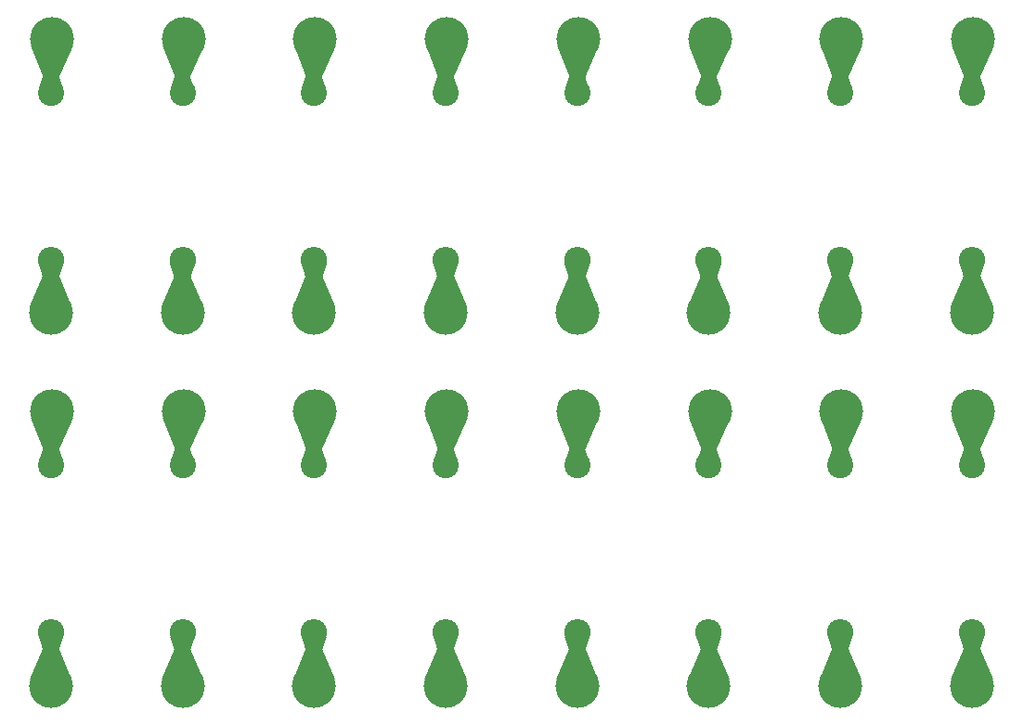
<source format=gbr>
%TF.GenerationSoftware,KiCad,Pcbnew,8.0.2*%
%TF.CreationDate,2024-06-26T14:53:40+07:00*%
%TF.ProjectId,Resistor_Panel,52657369-7374-46f7-925f-50616e656c2e,rev?*%
%TF.SameCoordinates,Original*%
%TF.FileFunction,Copper,L2,Bot*%
%TF.FilePolarity,Positive*%
%FSLAX46Y46*%
G04 Gerber Fmt 4.6, Leading zero omitted, Abs format (unit mm)*
G04 Created by KiCad (PCBNEW 8.0.2) date 2024-06-26 14:53:40*
%MOMM*%
%LPD*%
G01*
G04 APERTURE LIST*
%TA.AperFunction,ComponentPad*%
%ADD10C,2.400000*%
%TD*%
%TA.AperFunction,ComponentPad*%
%ADD11O,2.400000X2.400000*%
%TD*%
%TA.AperFunction,ComponentPad*%
%ADD12C,4.000000*%
%TD*%
%TA.AperFunction,Conductor*%
%ADD13C,1.000000*%
%TD*%
G04 APERTURE END LIST*
D10*
%TO.P,R1,1*%
%TO.N,Board_14-Net-(J1-Pin_1)*%
X77000000Y-50460500D03*
D11*
%TO.P,R1,2*%
%TO.N,Board_14-Net-(J2-Pin_1)*%
X77000000Y-65700500D03*
%TD*%
D12*
%TO.P,J1,1,Pin_1*%
%TO.N,Board_10-Net-(J1-Pin_1)*%
X29100000Y-45580500D03*
%TD*%
%TO.P,J1,1,Pin_1*%
%TO.N,Board_7-Net-(J1-Pin_1)*%
X89100000Y-11580500D03*
%TD*%
D10*
%TO.P,R1,1*%
%TO.N,Board_11-Net-(J1-Pin_1)*%
X41000000Y-50460500D03*
D11*
%TO.P,R1,2*%
%TO.N,Board_11-Net-(J2-Pin_1)*%
X41000000Y-65700500D03*
%TD*%
D12*
%TO.P,J2,1,Pin_1*%
%TO.N,Board_11-Net-(J2-Pin_1)*%
X41000000Y-70580500D03*
%TD*%
D10*
%TO.P,R1,1*%
%TO.N,Board_5-Net-(J1-Pin_1)*%
X65000000Y-16460500D03*
D11*
%TO.P,R1,2*%
%TO.N,Board_5-Net-(J2-Pin_1)*%
X65000000Y-31700500D03*
%TD*%
D12*
%TO.P,J1,1,Pin_1*%
%TO.N,Board_15-Net-(J1-Pin_1)*%
X89100000Y-45580500D03*
%TD*%
%TO.P,J1,1,Pin_1*%
%TO.N,Board_4-Net-(J1-Pin_1)*%
X53100000Y-11580500D03*
%TD*%
%TO.P,J2,1,Pin_1*%
%TO.N,Board_4-Net-(J2-Pin_1)*%
X53000000Y-36580500D03*
%TD*%
%TO.P,J2,1,Pin_1*%
%TO.N,Board_14-Net-(J2-Pin_1)*%
X77000000Y-70580500D03*
%TD*%
D10*
%TO.P,R1,1*%
%TO.N,Board_2-Net-(J1-Pin_1)*%
X29000000Y-16460500D03*
D11*
%TO.P,R1,2*%
%TO.N,Board_2-Net-(J2-Pin_1)*%
X29000000Y-31700500D03*
%TD*%
D12*
%TO.P,J1,1,Pin_1*%
%TO.N,Board_3-Net-(J1-Pin_1)*%
X41100000Y-11580500D03*
%TD*%
%TO.P,J2,1,Pin_1*%
%TO.N,Board_2-Net-(J2-Pin_1)*%
X29000000Y-36580500D03*
%TD*%
%TO.P,J1,1,Pin_1*%
%TO.N,Board_12-Net-(J1-Pin_1)*%
X53100000Y-45580500D03*
%TD*%
D10*
%TO.P,R1,1*%
%TO.N,Board_7-Net-(J1-Pin_1)*%
X89000000Y-16460500D03*
D11*
%TO.P,R1,2*%
%TO.N,Board_7-Net-(J2-Pin_1)*%
X89000000Y-31700500D03*
%TD*%
D12*
%TO.P,J2,1,Pin_1*%
%TO.N,Board_5-Net-(J2-Pin_1)*%
X65000000Y-36580500D03*
%TD*%
D10*
%TO.P,R1,1*%
%TO.N,Board_8-Net-(J1-Pin_1)*%
X5000000Y-50460500D03*
D11*
%TO.P,R1,2*%
%TO.N,Board_8-Net-(J2-Pin_1)*%
X5000000Y-65700500D03*
%TD*%
D12*
%TO.P,J2,1,Pin_1*%
%TO.N,Board_6-Net-(J2-Pin_1)*%
X77000000Y-36580500D03*
%TD*%
%TO.P,J1,1,Pin_1*%
%TO.N,Board_13-Net-(J1-Pin_1)*%
X65100000Y-45580500D03*
%TD*%
D10*
%TO.P,R1,1*%
%TO.N,Board_0-Net-(J1-Pin_1)*%
X5000000Y-16460500D03*
D11*
%TO.P,R1,2*%
%TO.N,Board_0-Net-(J2-Pin_1)*%
X5000000Y-31700500D03*
%TD*%
D12*
%TO.P,J1,1,Pin_1*%
%TO.N,Board_6-Net-(J1-Pin_1)*%
X77100000Y-11580500D03*
%TD*%
%TO.P,J2,1,Pin_1*%
%TO.N,Board_13-Net-(J2-Pin_1)*%
X65000000Y-70580500D03*
%TD*%
%TO.P,J1,1,Pin_1*%
%TO.N,Board_0-Net-(J1-Pin_1)*%
X5100000Y-11580500D03*
%TD*%
D10*
%TO.P,R1,1*%
%TO.N,Board_10-Net-(J1-Pin_1)*%
X29000000Y-50460500D03*
D11*
%TO.P,R1,2*%
%TO.N,Board_10-Net-(J2-Pin_1)*%
X29000000Y-65700500D03*
%TD*%
D12*
%TO.P,J1,1,Pin_1*%
%TO.N,Board_1-Net-(J1-Pin_1)*%
X17100000Y-11580500D03*
%TD*%
%TO.P,J1,1,Pin_1*%
%TO.N,Board_2-Net-(J1-Pin_1)*%
X29100000Y-11580500D03*
%TD*%
%TO.P,J1,1,Pin_1*%
%TO.N,Board_8-Net-(J1-Pin_1)*%
X5100000Y-45580500D03*
%TD*%
%TO.P,J2,1,Pin_1*%
%TO.N,Board_9-Net-(J2-Pin_1)*%
X17000000Y-70580500D03*
%TD*%
D10*
%TO.P,R1,1*%
%TO.N,Board_4-Net-(J1-Pin_1)*%
X53000000Y-16460500D03*
D11*
%TO.P,R1,2*%
%TO.N,Board_4-Net-(J2-Pin_1)*%
X53000000Y-31700500D03*
%TD*%
D12*
%TO.P,J2,1,Pin_1*%
%TO.N,Board_7-Net-(J2-Pin_1)*%
X89000000Y-36580500D03*
%TD*%
%TO.P,J2,1,Pin_1*%
%TO.N,Board_0-Net-(J2-Pin_1)*%
X5000000Y-36580500D03*
%TD*%
%TO.P,J1,1,Pin_1*%
%TO.N,Board_5-Net-(J1-Pin_1)*%
X65100000Y-11580500D03*
%TD*%
%TO.P,J1,1,Pin_1*%
%TO.N,Board_11-Net-(J1-Pin_1)*%
X41100000Y-45580500D03*
%TD*%
D10*
%TO.P,R1,1*%
%TO.N,Board_13-Net-(J1-Pin_1)*%
X65000000Y-50460500D03*
D11*
%TO.P,R1,2*%
%TO.N,Board_13-Net-(J2-Pin_1)*%
X65000000Y-65700500D03*
%TD*%
D12*
%TO.P,J2,1,Pin_1*%
%TO.N,Board_15-Net-(J2-Pin_1)*%
X89000000Y-70580500D03*
%TD*%
%TO.P,J2,1,Pin_1*%
%TO.N,Board_8-Net-(J2-Pin_1)*%
X5000000Y-70580500D03*
%TD*%
D10*
%TO.P,R1,1*%
%TO.N,Board_12-Net-(J1-Pin_1)*%
X53000000Y-50460500D03*
D11*
%TO.P,R1,2*%
%TO.N,Board_12-Net-(J2-Pin_1)*%
X53000000Y-65700500D03*
%TD*%
D10*
%TO.P,R1,1*%
%TO.N,Board_3-Net-(J1-Pin_1)*%
X41000000Y-16460500D03*
D11*
%TO.P,R1,2*%
%TO.N,Board_3-Net-(J2-Pin_1)*%
X41000000Y-31700500D03*
%TD*%
D10*
%TO.P,R1,1*%
%TO.N,Board_15-Net-(J1-Pin_1)*%
X89000000Y-50460500D03*
D11*
%TO.P,R1,2*%
%TO.N,Board_15-Net-(J2-Pin_1)*%
X89000000Y-65700500D03*
%TD*%
D12*
%TO.P,J1,1,Pin_1*%
%TO.N,Board_9-Net-(J1-Pin_1)*%
X17100000Y-45580500D03*
%TD*%
%TO.P,J2,1,Pin_1*%
%TO.N,Board_12-Net-(J2-Pin_1)*%
X53000000Y-70580500D03*
%TD*%
%TO.P,J2,1,Pin_1*%
%TO.N,Board_1-Net-(J2-Pin_1)*%
X17000000Y-36580500D03*
%TD*%
D10*
%TO.P,R1,1*%
%TO.N,Board_9-Net-(J1-Pin_1)*%
X17000000Y-50460500D03*
D11*
%TO.P,R1,2*%
%TO.N,Board_9-Net-(J2-Pin_1)*%
X17000000Y-65700500D03*
%TD*%
D12*
%TO.P,J1,1,Pin_1*%
%TO.N,Board_14-Net-(J1-Pin_1)*%
X77100000Y-45580500D03*
%TD*%
D10*
%TO.P,R1,1*%
%TO.N,Board_1-Net-(J1-Pin_1)*%
X17000000Y-16460500D03*
D11*
%TO.P,R1,2*%
%TO.N,Board_1-Net-(J2-Pin_1)*%
X17000000Y-31700500D03*
%TD*%
D12*
%TO.P,J2,1,Pin_1*%
%TO.N,Board_10-Net-(J2-Pin_1)*%
X29000000Y-70580500D03*
%TD*%
D10*
%TO.P,R1,1*%
%TO.N,Board_6-Net-(J1-Pin_1)*%
X77000000Y-16460500D03*
D11*
%TO.P,R1,2*%
%TO.N,Board_6-Net-(J2-Pin_1)*%
X77000000Y-31700500D03*
%TD*%
D12*
%TO.P,J2,1,Pin_1*%
%TO.N,Board_3-Net-(J2-Pin_1)*%
X41000000Y-36580500D03*
%TD*%
D13*
%TO.N,Board_15-Net-(J2-Pin_1)*%
X89000000Y-65700500D02*
X89000000Y-70580500D01*
%TO.N,Board_15-Net-(J1-Pin_1)*%
X89000000Y-45680500D02*
X89000000Y-50460500D01*
X89100000Y-45580500D02*
X89000000Y-45680500D01*
%TO.N,Board_14-Net-(J2-Pin_1)*%
X77000000Y-65700500D02*
X77000000Y-70580500D01*
%TO.N,Board_14-Net-(J1-Pin_1)*%
X77100000Y-45580500D02*
X77000000Y-45680500D01*
X77000000Y-45680500D02*
X77000000Y-50460500D01*
%TO.N,Board_13-Net-(J2-Pin_1)*%
X65000000Y-65700500D02*
X65000000Y-70580500D01*
%TO.N,Board_13-Net-(J1-Pin_1)*%
X65000000Y-45680500D02*
X65000000Y-50460500D01*
X65100000Y-45580500D02*
X65000000Y-45680500D01*
%TO.N,Board_12-Net-(J2-Pin_1)*%
X53000000Y-65700500D02*
X53000000Y-70580500D01*
%TO.N,Board_12-Net-(J1-Pin_1)*%
X53000000Y-45680500D02*
X53000000Y-50460500D01*
X53100000Y-45580500D02*
X53000000Y-45680500D01*
%TO.N,Board_11-Net-(J2-Pin_1)*%
X41000000Y-65700500D02*
X41000000Y-70580500D01*
%TO.N,Board_11-Net-(J1-Pin_1)*%
X41100000Y-45580500D02*
X41000000Y-45680500D01*
X41000000Y-45680500D02*
X41000000Y-50460500D01*
%TO.N,Board_10-Net-(J2-Pin_1)*%
X29000000Y-65700500D02*
X29000000Y-70580500D01*
%TO.N,Board_10-Net-(J1-Pin_1)*%
X29100000Y-45580500D02*
X29000000Y-45680500D01*
X29000000Y-45680500D02*
X29000000Y-50460500D01*
%TO.N,Board_9-Net-(J2-Pin_1)*%
X17000000Y-65700500D02*
X17000000Y-70580500D01*
%TO.N,Board_9-Net-(J1-Pin_1)*%
X17000000Y-45680500D02*
X17000000Y-50460500D01*
X17100000Y-45580500D02*
X17000000Y-45680500D01*
%TO.N,Board_8-Net-(J2-Pin_1)*%
X5000000Y-65700500D02*
X5000000Y-70580500D01*
%TO.N,Board_8-Net-(J1-Pin_1)*%
X5100000Y-45580500D02*
X5000000Y-45680500D01*
X5000000Y-45680500D02*
X5000000Y-50460500D01*
%TO.N,Board_7-Net-(J2-Pin_1)*%
X89000000Y-31700500D02*
X89000000Y-36580500D01*
%TO.N,Board_7-Net-(J1-Pin_1)*%
X89000000Y-11680500D02*
X89000000Y-16460500D01*
X89100000Y-11580500D02*
X89000000Y-11680500D01*
%TO.N,Board_6-Net-(J2-Pin_1)*%
X77000000Y-31700500D02*
X77000000Y-36580500D01*
%TO.N,Board_6-Net-(J1-Pin_1)*%
X77100000Y-11580500D02*
X77000000Y-11680500D01*
X77000000Y-11680500D02*
X77000000Y-16460500D01*
%TO.N,Board_5-Net-(J2-Pin_1)*%
X65000000Y-31700500D02*
X65000000Y-36580500D01*
%TO.N,Board_5-Net-(J1-Pin_1)*%
X65000000Y-11680500D02*
X65000000Y-16460500D01*
X65100000Y-11580500D02*
X65000000Y-11680500D01*
%TO.N,Board_4-Net-(J2-Pin_1)*%
X53000000Y-31700500D02*
X53000000Y-36580500D01*
%TO.N,Board_4-Net-(J1-Pin_1)*%
X53000000Y-11680500D02*
X53000000Y-16460500D01*
X53100000Y-11580500D02*
X53000000Y-11680500D01*
%TO.N,Board_3-Net-(J2-Pin_1)*%
X41000000Y-31700500D02*
X41000000Y-36580500D01*
%TO.N,Board_3-Net-(J1-Pin_1)*%
X41000000Y-11680500D02*
X41000000Y-16460500D01*
X41100000Y-11580500D02*
X41000000Y-11680500D01*
%TO.N,Board_2-Net-(J2-Pin_1)*%
X29000000Y-31700500D02*
X29000000Y-36580500D01*
%TO.N,Board_2-Net-(J1-Pin_1)*%
X29000000Y-11680500D02*
X29000000Y-16460500D01*
X29100000Y-11580500D02*
X29000000Y-11680500D01*
%TO.N,Board_1-Net-(J2-Pin_1)*%
X17000000Y-31700500D02*
X17000000Y-36580500D01*
%TO.N,Board_1-Net-(J1-Pin_1)*%
X17000000Y-11680500D02*
X17000000Y-16460500D01*
X17100000Y-11580500D02*
X17000000Y-11680500D01*
%TO.N,Board_0-Net-(J2-Pin_1)*%
X5000000Y-31700500D02*
X5000000Y-36580500D01*
%TO.N,Board_0-Net-(J1-Pin_1)*%
X5000000Y-11680500D02*
X5000000Y-16460500D01*
X5100000Y-11580500D02*
X5000000Y-11680500D01*
%TD*%
%TA.AperFunction,Conductor*%
%TO.N,Board_15-Net-(J2-Pin_1)*%
G36*
X90117087Y-66107077D02*
G01*
X90123685Y-66113132D01*
X90124226Y-66121617D01*
X89502595Y-68074118D01*
X89496819Y-68080962D01*
X89491446Y-68082269D01*
X88508554Y-68082269D01*
X88500281Y-68078842D01*
X88497405Y-68074118D01*
X87875773Y-66121617D01*
X87876529Y-66112695D01*
X87882911Y-66107077D01*
X88995990Y-65700963D01*
X89004010Y-65700963D01*
X90117087Y-66107077D01*
G37*
%TD.AperFunction*%
%TD*%
%TA.AperFunction,Conductor*%
%TO.N,Board_15-Net-(J2-Pin_1)*%
G36*
X89500464Y-66604284D02*
G01*
X89502996Y-66608069D01*
X90913987Y-70005000D01*
X90913996Y-70013955D01*
X90907670Y-70020293D01*
X90906484Y-70020712D01*
X89003302Y-70580528D01*
X88996698Y-70580528D01*
X87093515Y-70020712D01*
X87086545Y-70015090D01*
X87085593Y-70006186D01*
X87086006Y-70005016D01*
X88497004Y-66608068D01*
X88503342Y-66601743D01*
X88507809Y-66600857D01*
X89492191Y-66600857D01*
X89500464Y-66604284D01*
G37*
%TD.AperFunction*%
%TD*%
%TA.AperFunction,Conductor*%
%TO.N,Board_15-Net-(J1-Pin_1)*%
G36*
X89499753Y-48282158D02*
G01*
X89502615Y-48286840D01*
X89997216Y-49820380D01*
X89996494Y-49829305D01*
X89992335Y-49833859D01*
X89006254Y-50457544D01*
X88997430Y-50459070D01*
X88993746Y-50457544D01*
X88007664Y-49833859D01*
X88002504Y-49826541D01*
X88002782Y-49820383D01*
X88497385Y-48286840D01*
X88503186Y-48280018D01*
X88508520Y-48278731D01*
X89491480Y-48278731D01*
X89499753Y-48282158D01*
G37*
%TD.AperFunction*%
%TD*%
%TA.AperFunction,Conductor*%
%TO.N,Board_15-Net-(J1-Pin_1)*%
G36*
X91006169Y-46140194D02*
G01*
X91013138Y-46145816D01*
X91014090Y-46154720D01*
X91013557Y-46156172D01*
X89503089Y-49553197D01*
X89496596Y-49559364D01*
X89492398Y-49560143D01*
X88508025Y-49560143D01*
X88499752Y-49556716D01*
X88497110Y-49552657D01*
X87185590Y-46155817D01*
X87185807Y-46146865D01*
X87192291Y-46140688D01*
X87193188Y-46140383D01*
X89096699Y-45580471D01*
X89103301Y-45580471D01*
X91006169Y-46140194D01*
G37*
%TD.AperFunction*%
%TD*%
%TA.AperFunction,Conductor*%
%TO.N,Board_14-Net-(J2-Pin_1)*%
G36*
X77500464Y-66604284D02*
G01*
X77502996Y-66608069D01*
X78913987Y-70005000D01*
X78913996Y-70013955D01*
X78907670Y-70020293D01*
X78906484Y-70020712D01*
X77003302Y-70580528D01*
X76996698Y-70580528D01*
X75093515Y-70020712D01*
X75086545Y-70015090D01*
X75085593Y-70006186D01*
X75086006Y-70005016D01*
X76497004Y-66608068D01*
X76503342Y-66601743D01*
X76507809Y-66600857D01*
X77492191Y-66600857D01*
X77500464Y-66604284D01*
G37*
%TD.AperFunction*%
%TD*%
%TA.AperFunction,Conductor*%
%TO.N,Board_14-Net-(J2-Pin_1)*%
G36*
X78117087Y-66107077D02*
G01*
X78123685Y-66113132D01*
X78124226Y-66121617D01*
X77502595Y-68074118D01*
X77496819Y-68080962D01*
X77491446Y-68082269D01*
X76508554Y-68082269D01*
X76500281Y-68078842D01*
X76497405Y-68074118D01*
X75875773Y-66121617D01*
X75876529Y-66112695D01*
X75882911Y-66107077D01*
X76995990Y-65700963D01*
X77004010Y-65700963D01*
X78117087Y-66107077D01*
G37*
%TD.AperFunction*%
%TD*%
%TA.AperFunction,Conductor*%
%TO.N,Board_14-Net-(J1-Pin_1)*%
G36*
X79006169Y-46140194D02*
G01*
X79013138Y-46145816D01*
X79014090Y-46154720D01*
X79013557Y-46156172D01*
X77503089Y-49553197D01*
X77496596Y-49559364D01*
X77492398Y-49560143D01*
X76508025Y-49560143D01*
X76499752Y-49556716D01*
X76497110Y-49552657D01*
X75185590Y-46155817D01*
X75185807Y-46146865D01*
X75192291Y-46140688D01*
X75193188Y-46140383D01*
X77096699Y-45580471D01*
X77103301Y-45580471D01*
X79006169Y-46140194D01*
G37*
%TD.AperFunction*%
%TD*%
%TA.AperFunction,Conductor*%
%TO.N,Board_14-Net-(J1-Pin_1)*%
G36*
X77499753Y-48282158D02*
G01*
X77502615Y-48286840D01*
X77997216Y-49820380D01*
X77996494Y-49829305D01*
X77992335Y-49833859D01*
X77006254Y-50457544D01*
X76997430Y-50459070D01*
X76993746Y-50457544D01*
X76007664Y-49833859D01*
X76002504Y-49826541D01*
X76002782Y-49820383D01*
X76497385Y-48286840D01*
X76503186Y-48280018D01*
X76508520Y-48278731D01*
X77491480Y-48278731D01*
X77499753Y-48282158D01*
G37*
%TD.AperFunction*%
%TD*%
%TA.AperFunction,Conductor*%
%TO.N,Board_13-Net-(J2-Pin_1)*%
G36*
X66117087Y-66107077D02*
G01*
X66123685Y-66113132D01*
X66124226Y-66121617D01*
X65502595Y-68074118D01*
X65496819Y-68080962D01*
X65491446Y-68082269D01*
X64508554Y-68082269D01*
X64500281Y-68078842D01*
X64497405Y-68074118D01*
X63875773Y-66121617D01*
X63876529Y-66112695D01*
X63882911Y-66107077D01*
X64995990Y-65700963D01*
X65004010Y-65700963D01*
X66117087Y-66107077D01*
G37*
%TD.AperFunction*%
%TD*%
%TA.AperFunction,Conductor*%
%TO.N,Board_13-Net-(J2-Pin_1)*%
G36*
X65500464Y-66604284D02*
G01*
X65502996Y-66608069D01*
X66913987Y-70005000D01*
X66913996Y-70013955D01*
X66907670Y-70020293D01*
X66906484Y-70020712D01*
X65003302Y-70580528D01*
X64996698Y-70580528D01*
X63093515Y-70020712D01*
X63086545Y-70015090D01*
X63085593Y-70006186D01*
X63086006Y-70005016D01*
X64497004Y-66608068D01*
X64503342Y-66601743D01*
X64507809Y-66600857D01*
X65492191Y-66600857D01*
X65500464Y-66604284D01*
G37*
%TD.AperFunction*%
%TD*%
%TA.AperFunction,Conductor*%
%TO.N,Board_13-Net-(J1-Pin_1)*%
G36*
X65499753Y-48282158D02*
G01*
X65502615Y-48286840D01*
X65997216Y-49820380D01*
X65996494Y-49829305D01*
X65992335Y-49833859D01*
X65006254Y-50457544D01*
X64997430Y-50459070D01*
X64993746Y-50457544D01*
X64007664Y-49833859D01*
X64002504Y-49826541D01*
X64002782Y-49820383D01*
X64497385Y-48286840D01*
X64503186Y-48280018D01*
X64508520Y-48278731D01*
X65491480Y-48278731D01*
X65499753Y-48282158D01*
G37*
%TD.AperFunction*%
%TD*%
%TA.AperFunction,Conductor*%
%TO.N,Board_13-Net-(J1-Pin_1)*%
G36*
X67006169Y-46140194D02*
G01*
X67013138Y-46145816D01*
X67014090Y-46154720D01*
X67013557Y-46156172D01*
X65503089Y-49553197D01*
X65496596Y-49559364D01*
X65492398Y-49560143D01*
X64508025Y-49560143D01*
X64499752Y-49556716D01*
X64497110Y-49552657D01*
X63185590Y-46155817D01*
X63185807Y-46146865D01*
X63192291Y-46140688D01*
X63193188Y-46140383D01*
X65096699Y-45580471D01*
X65103301Y-45580471D01*
X67006169Y-46140194D01*
G37*
%TD.AperFunction*%
%TD*%
%TA.AperFunction,Conductor*%
%TO.N,Board_12-Net-(J2-Pin_1)*%
G36*
X53500464Y-66604284D02*
G01*
X53502996Y-66608069D01*
X54913987Y-70005000D01*
X54913996Y-70013955D01*
X54907670Y-70020293D01*
X54906484Y-70020712D01*
X53003302Y-70580528D01*
X52996698Y-70580528D01*
X51093515Y-70020712D01*
X51086545Y-70015090D01*
X51085593Y-70006186D01*
X51086006Y-70005016D01*
X52497004Y-66608068D01*
X52503342Y-66601743D01*
X52507809Y-66600857D01*
X53492191Y-66600857D01*
X53500464Y-66604284D01*
G37*
%TD.AperFunction*%
%TD*%
%TA.AperFunction,Conductor*%
%TO.N,Board_12-Net-(J2-Pin_1)*%
G36*
X54117087Y-66107077D02*
G01*
X54123685Y-66113132D01*
X54124226Y-66121617D01*
X53502595Y-68074118D01*
X53496819Y-68080962D01*
X53491446Y-68082269D01*
X52508554Y-68082269D01*
X52500281Y-68078842D01*
X52497405Y-68074118D01*
X51875773Y-66121617D01*
X51876529Y-66112695D01*
X51882911Y-66107077D01*
X52995990Y-65700963D01*
X53004010Y-65700963D01*
X54117087Y-66107077D01*
G37*
%TD.AperFunction*%
%TD*%
%TA.AperFunction,Conductor*%
%TO.N,Board_12-Net-(J1-Pin_1)*%
G36*
X53499753Y-48282158D02*
G01*
X53502615Y-48286840D01*
X53997216Y-49820380D01*
X53996494Y-49829305D01*
X53992335Y-49833859D01*
X53006254Y-50457544D01*
X52997430Y-50459070D01*
X52993746Y-50457544D01*
X52007664Y-49833859D01*
X52002504Y-49826541D01*
X52002782Y-49820383D01*
X52497385Y-48286840D01*
X52503186Y-48280018D01*
X52508520Y-48278731D01*
X53491480Y-48278731D01*
X53499753Y-48282158D01*
G37*
%TD.AperFunction*%
%TD*%
%TA.AperFunction,Conductor*%
%TO.N,Board_12-Net-(J1-Pin_1)*%
G36*
X55006169Y-46140194D02*
G01*
X55013138Y-46145816D01*
X55014090Y-46154720D01*
X55013557Y-46156172D01*
X53503089Y-49553197D01*
X53496596Y-49559364D01*
X53492398Y-49560143D01*
X52508025Y-49560143D01*
X52499752Y-49556716D01*
X52497110Y-49552657D01*
X51185590Y-46155817D01*
X51185807Y-46146865D01*
X51192291Y-46140688D01*
X51193188Y-46140383D01*
X53096699Y-45580471D01*
X53103301Y-45580471D01*
X55006169Y-46140194D01*
G37*
%TD.AperFunction*%
%TD*%
%TA.AperFunction,Conductor*%
%TO.N,Board_11-Net-(J2-Pin_1)*%
G36*
X42117087Y-66107077D02*
G01*
X42123685Y-66113132D01*
X42124226Y-66121617D01*
X41502595Y-68074118D01*
X41496819Y-68080962D01*
X41491446Y-68082269D01*
X40508554Y-68082269D01*
X40500281Y-68078842D01*
X40497405Y-68074118D01*
X39875773Y-66121617D01*
X39876529Y-66112695D01*
X39882911Y-66107077D01*
X40995990Y-65700963D01*
X41004010Y-65700963D01*
X42117087Y-66107077D01*
G37*
%TD.AperFunction*%
%TD*%
%TA.AperFunction,Conductor*%
%TO.N,Board_11-Net-(J2-Pin_1)*%
G36*
X41500464Y-66604284D02*
G01*
X41502996Y-66608069D01*
X42913987Y-70005000D01*
X42913996Y-70013955D01*
X42907670Y-70020293D01*
X42906484Y-70020712D01*
X41003302Y-70580528D01*
X40996698Y-70580528D01*
X39093515Y-70020712D01*
X39086545Y-70015090D01*
X39085593Y-70006186D01*
X39086006Y-70005016D01*
X40497004Y-66608068D01*
X40503342Y-66601743D01*
X40507809Y-66600857D01*
X41492191Y-66600857D01*
X41500464Y-66604284D01*
G37*
%TD.AperFunction*%
%TD*%
%TA.AperFunction,Conductor*%
%TO.N,Board_11-Net-(J1-Pin_1)*%
G36*
X43006169Y-46140194D02*
G01*
X43013138Y-46145816D01*
X43014090Y-46154720D01*
X43013557Y-46156172D01*
X41503089Y-49553197D01*
X41496596Y-49559364D01*
X41492398Y-49560143D01*
X40508025Y-49560143D01*
X40499752Y-49556716D01*
X40497110Y-49552657D01*
X39185590Y-46155817D01*
X39185807Y-46146865D01*
X39192291Y-46140688D01*
X39193188Y-46140383D01*
X41096699Y-45580471D01*
X41103301Y-45580471D01*
X43006169Y-46140194D01*
G37*
%TD.AperFunction*%
%TD*%
%TA.AperFunction,Conductor*%
%TO.N,Board_11-Net-(J1-Pin_1)*%
G36*
X41499753Y-48282158D02*
G01*
X41502615Y-48286840D01*
X41997216Y-49820380D01*
X41996494Y-49829305D01*
X41992335Y-49833859D01*
X41006254Y-50457544D01*
X40997430Y-50459070D01*
X40993746Y-50457544D01*
X40007664Y-49833859D01*
X40002504Y-49826541D01*
X40002782Y-49820383D01*
X40497385Y-48286840D01*
X40503186Y-48280018D01*
X40508520Y-48278731D01*
X41491480Y-48278731D01*
X41499753Y-48282158D01*
G37*
%TD.AperFunction*%
%TD*%
%TA.AperFunction,Conductor*%
%TO.N,Board_10-Net-(J2-Pin_1)*%
G36*
X29500464Y-66604284D02*
G01*
X29502996Y-66608069D01*
X30913987Y-70005000D01*
X30913996Y-70013955D01*
X30907670Y-70020293D01*
X30906484Y-70020712D01*
X29003302Y-70580528D01*
X28996698Y-70580528D01*
X27093515Y-70020712D01*
X27086545Y-70015090D01*
X27085593Y-70006186D01*
X27086006Y-70005016D01*
X28497004Y-66608068D01*
X28503342Y-66601743D01*
X28507809Y-66600857D01*
X29492191Y-66600857D01*
X29500464Y-66604284D01*
G37*
%TD.AperFunction*%
%TD*%
%TA.AperFunction,Conductor*%
%TO.N,Board_10-Net-(J2-Pin_1)*%
G36*
X30117087Y-66107077D02*
G01*
X30123685Y-66113132D01*
X30124226Y-66121617D01*
X29502595Y-68074118D01*
X29496819Y-68080962D01*
X29491446Y-68082269D01*
X28508554Y-68082269D01*
X28500281Y-68078842D01*
X28497405Y-68074118D01*
X27875773Y-66121617D01*
X27876529Y-66112695D01*
X27882911Y-66107077D01*
X28995990Y-65700963D01*
X29004010Y-65700963D01*
X30117087Y-66107077D01*
G37*
%TD.AperFunction*%
%TD*%
%TA.AperFunction,Conductor*%
%TO.N,Board_10-Net-(J1-Pin_1)*%
G36*
X31006169Y-46140194D02*
G01*
X31013138Y-46145816D01*
X31014090Y-46154720D01*
X31013557Y-46156172D01*
X29503089Y-49553197D01*
X29496596Y-49559364D01*
X29492398Y-49560143D01*
X28508025Y-49560143D01*
X28499752Y-49556716D01*
X28497110Y-49552657D01*
X27185590Y-46155817D01*
X27185807Y-46146865D01*
X27192291Y-46140688D01*
X27193188Y-46140383D01*
X29096699Y-45580471D01*
X29103301Y-45580471D01*
X31006169Y-46140194D01*
G37*
%TD.AperFunction*%
%TD*%
%TA.AperFunction,Conductor*%
%TO.N,Board_10-Net-(J1-Pin_1)*%
G36*
X29499753Y-48282158D02*
G01*
X29502615Y-48286840D01*
X29997216Y-49820380D01*
X29996494Y-49829305D01*
X29992335Y-49833859D01*
X29006254Y-50457544D01*
X28997430Y-50459070D01*
X28993746Y-50457544D01*
X28007664Y-49833859D01*
X28002504Y-49826541D01*
X28002782Y-49820383D01*
X28497385Y-48286840D01*
X28503186Y-48280018D01*
X28508520Y-48278731D01*
X29491480Y-48278731D01*
X29499753Y-48282158D01*
G37*
%TD.AperFunction*%
%TD*%
%TA.AperFunction,Conductor*%
%TO.N,Board_9-Net-(J2-Pin_1)*%
G36*
X18117087Y-66107077D02*
G01*
X18123685Y-66113132D01*
X18124226Y-66121617D01*
X17502595Y-68074118D01*
X17496819Y-68080962D01*
X17491446Y-68082269D01*
X16508554Y-68082269D01*
X16500281Y-68078842D01*
X16497405Y-68074118D01*
X15875773Y-66121617D01*
X15876529Y-66112695D01*
X15882911Y-66107077D01*
X16995990Y-65700963D01*
X17004010Y-65700963D01*
X18117087Y-66107077D01*
G37*
%TD.AperFunction*%
%TD*%
%TA.AperFunction,Conductor*%
%TO.N,Board_9-Net-(J2-Pin_1)*%
G36*
X17500464Y-66604284D02*
G01*
X17502996Y-66608069D01*
X18913987Y-70005000D01*
X18913996Y-70013955D01*
X18907670Y-70020293D01*
X18906484Y-70020712D01*
X17003302Y-70580528D01*
X16996698Y-70580528D01*
X15093515Y-70020712D01*
X15086545Y-70015090D01*
X15085593Y-70006186D01*
X15086006Y-70005016D01*
X16497004Y-66608068D01*
X16503342Y-66601743D01*
X16507809Y-66600857D01*
X17492191Y-66600857D01*
X17500464Y-66604284D01*
G37*
%TD.AperFunction*%
%TD*%
%TA.AperFunction,Conductor*%
%TO.N,Board_9-Net-(J1-Pin_1)*%
G36*
X17499753Y-48282158D02*
G01*
X17502615Y-48286840D01*
X17997216Y-49820380D01*
X17996494Y-49829305D01*
X17992335Y-49833859D01*
X17006254Y-50457544D01*
X16997430Y-50459070D01*
X16993746Y-50457544D01*
X16007664Y-49833859D01*
X16002504Y-49826541D01*
X16002782Y-49820383D01*
X16497385Y-48286840D01*
X16503186Y-48280018D01*
X16508520Y-48278731D01*
X17491480Y-48278731D01*
X17499753Y-48282158D01*
G37*
%TD.AperFunction*%
%TD*%
%TA.AperFunction,Conductor*%
%TO.N,Board_9-Net-(J1-Pin_1)*%
G36*
X19006169Y-46140194D02*
G01*
X19013138Y-46145816D01*
X19014090Y-46154720D01*
X19013557Y-46156172D01*
X17503089Y-49553197D01*
X17496596Y-49559364D01*
X17492398Y-49560143D01*
X16508025Y-49560143D01*
X16499752Y-49556716D01*
X16497110Y-49552657D01*
X15185590Y-46155817D01*
X15185807Y-46146865D01*
X15192291Y-46140688D01*
X15193188Y-46140383D01*
X17096699Y-45580471D01*
X17103301Y-45580471D01*
X19006169Y-46140194D01*
G37*
%TD.AperFunction*%
%TD*%
%TA.AperFunction,Conductor*%
%TO.N,Board_8-Net-(J2-Pin_1)*%
G36*
X5500464Y-66604284D02*
G01*
X5502996Y-66608069D01*
X6913987Y-70005000D01*
X6913996Y-70013955D01*
X6907670Y-70020293D01*
X6906484Y-70020712D01*
X5003302Y-70580528D01*
X4996698Y-70580528D01*
X3093515Y-70020712D01*
X3086545Y-70015090D01*
X3085593Y-70006186D01*
X3086006Y-70005016D01*
X4497004Y-66608068D01*
X4503342Y-66601743D01*
X4507809Y-66600857D01*
X5492191Y-66600857D01*
X5500464Y-66604284D01*
G37*
%TD.AperFunction*%
%TD*%
%TA.AperFunction,Conductor*%
%TO.N,Board_8-Net-(J2-Pin_1)*%
G36*
X6117087Y-66107077D02*
G01*
X6123685Y-66113132D01*
X6124226Y-66121617D01*
X5502595Y-68074118D01*
X5496819Y-68080962D01*
X5491446Y-68082269D01*
X4508554Y-68082269D01*
X4500281Y-68078842D01*
X4497405Y-68074118D01*
X3875773Y-66121617D01*
X3876529Y-66112695D01*
X3882911Y-66107077D01*
X4995990Y-65700963D01*
X5004010Y-65700963D01*
X6117087Y-66107077D01*
G37*
%TD.AperFunction*%
%TD*%
%TA.AperFunction,Conductor*%
%TO.N,Board_8-Net-(J1-Pin_1)*%
G36*
X7006169Y-46140194D02*
G01*
X7013138Y-46145816D01*
X7014090Y-46154720D01*
X7013557Y-46156172D01*
X5503089Y-49553197D01*
X5496596Y-49559364D01*
X5492398Y-49560143D01*
X4508025Y-49560143D01*
X4499752Y-49556716D01*
X4497110Y-49552657D01*
X3185590Y-46155817D01*
X3185807Y-46146865D01*
X3192291Y-46140688D01*
X3193188Y-46140383D01*
X5096699Y-45580471D01*
X5103301Y-45580471D01*
X7006169Y-46140194D01*
G37*
%TD.AperFunction*%
%TD*%
%TA.AperFunction,Conductor*%
%TO.N,Board_8-Net-(J1-Pin_1)*%
G36*
X5499753Y-48282158D02*
G01*
X5502615Y-48286840D01*
X5997216Y-49820380D01*
X5996494Y-49829305D01*
X5992335Y-49833859D01*
X5006254Y-50457544D01*
X4997430Y-50459070D01*
X4993746Y-50457544D01*
X4007664Y-49833859D01*
X4002504Y-49826541D01*
X4002782Y-49820383D01*
X4497385Y-48286840D01*
X4503186Y-48280018D01*
X4508520Y-48278731D01*
X5491480Y-48278731D01*
X5499753Y-48282158D01*
G37*
%TD.AperFunction*%
%TD*%
%TA.AperFunction,Conductor*%
%TO.N,Board_7-Net-(J2-Pin_1)*%
G36*
X89500464Y-32604284D02*
G01*
X89502996Y-32608069D01*
X90913987Y-36005000D01*
X90913996Y-36013955D01*
X90907670Y-36020293D01*
X90906484Y-36020712D01*
X89003302Y-36580528D01*
X88996698Y-36580528D01*
X87093515Y-36020712D01*
X87086545Y-36015090D01*
X87085593Y-36006186D01*
X87086006Y-36005016D01*
X88497004Y-32608068D01*
X88503342Y-32601743D01*
X88507809Y-32600857D01*
X89492191Y-32600857D01*
X89500464Y-32604284D01*
G37*
%TD.AperFunction*%
%TD*%
%TA.AperFunction,Conductor*%
%TO.N,Board_7-Net-(J2-Pin_1)*%
G36*
X90117087Y-32107077D02*
G01*
X90123685Y-32113132D01*
X90124226Y-32121617D01*
X89502595Y-34074118D01*
X89496819Y-34080962D01*
X89491446Y-34082269D01*
X88508554Y-34082269D01*
X88500281Y-34078842D01*
X88497405Y-34074118D01*
X87875773Y-32121617D01*
X87876529Y-32112695D01*
X87882911Y-32107077D01*
X88995990Y-31700963D01*
X89004010Y-31700963D01*
X90117087Y-32107077D01*
G37*
%TD.AperFunction*%
%TD*%
%TA.AperFunction,Conductor*%
%TO.N,Board_7-Net-(J1-Pin_1)*%
G36*
X91006169Y-12140194D02*
G01*
X91013138Y-12145816D01*
X91014090Y-12154720D01*
X91013557Y-12156172D01*
X89503089Y-15553197D01*
X89496596Y-15559364D01*
X89492398Y-15560143D01*
X88508025Y-15560143D01*
X88499752Y-15556716D01*
X88497110Y-15552657D01*
X87185590Y-12155817D01*
X87185807Y-12146865D01*
X87192291Y-12140688D01*
X87193188Y-12140383D01*
X89096699Y-11580471D01*
X89103301Y-11580471D01*
X91006169Y-12140194D01*
G37*
%TD.AperFunction*%
%TD*%
%TA.AperFunction,Conductor*%
%TO.N,Board_7-Net-(J1-Pin_1)*%
G36*
X89499753Y-14282158D02*
G01*
X89502615Y-14286840D01*
X89997216Y-15820380D01*
X89996494Y-15829305D01*
X89992335Y-15833859D01*
X89006254Y-16457544D01*
X88997430Y-16459070D01*
X88993746Y-16457544D01*
X88007664Y-15833859D01*
X88002504Y-15826541D01*
X88002782Y-15820383D01*
X88497385Y-14286840D01*
X88503186Y-14280018D01*
X88508520Y-14278731D01*
X89491480Y-14278731D01*
X89499753Y-14282158D01*
G37*
%TD.AperFunction*%
%TD*%
%TA.AperFunction,Conductor*%
%TO.N,Board_6-Net-(J2-Pin_1)*%
G36*
X78117087Y-32107077D02*
G01*
X78123685Y-32113132D01*
X78124226Y-32121617D01*
X77502595Y-34074118D01*
X77496819Y-34080962D01*
X77491446Y-34082269D01*
X76508554Y-34082269D01*
X76500281Y-34078842D01*
X76497405Y-34074118D01*
X75875773Y-32121617D01*
X75876529Y-32112695D01*
X75882911Y-32107077D01*
X76995990Y-31700963D01*
X77004010Y-31700963D01*
X78117087Y-32107077D01*
G37*
%TD.AperFunction*%
%TD*%
%TA.AperFunction,Conductor*%
%TO.N,Board_6-Net-(J2-Pin_1)*%
G36*
X77500464Y-32604284D02*
G01*
X77502996Y-32608069D01*
X78913987Y-36005000D01*
X78913996Y-36013955D01*
X78907670Y-36020293D01*
X78906484Y-36020712D01*
X77003302Y-36580528D01*
X76996698Y-36580528D01*
X75093515Y-36020712D01*
X75086545Y-36015090D01*
X75085593Y-36006186D01*
X75086006Y-36005016D01*
X76497004Y-32608068D01*
X76503342Y-32601743D01*
X76507809Y-32600857D01*
X77492191Y-32600857D01*
X77500464Y-32604284D01*
G37*
%TD.AperFunction*%
%TD*%
%TA.AperFunction,Conductor*%
%TO.N,Board_6-Net-(J1-Pin_1)*%
G36*
X77499753Y-14282158D02*
G01*
X77502615Y-14286840D01*
X77997216Y-15820380D01*
X77996494Y-15829305D01*
X77992335Y-15833859D01*
X77006254Y-16457544D01*
X76997430Y-16459070D01*
X76993746Y-16457544D01*
X76007664Y-15833859D01*
X76002504Y-15826541D01*
X76002782Y-15820383D01*
X76497385Y-14286840D01*
X76503186Y-14280018D01*
X76508520Y-14278731D01*
X77491480Y-14278731D01*
X77499753Y-14282158D01*
G37*
%TD.AperFunction*%
%TD*%
%TA.AperFunction,Conductor*%
%TO.N,Board_6-Net-(J1-Pin_1)*%
G36*
X79006169Y-12140194D02*
G01*
X79013138Y-12145816D01*
X79014090Y-12154720D01*
X79013557Y-12156172D01*
X77503089Y-15553197D01*
X77496596Y-15559364D01*
X77492398Y-15560143D01*
X76508025Y-15560143D01*
X76499752Y-15556716D01*
X76497110Y-15552657D01*
X75185590Y-12155817D01*
X75185807Y-12146865D01*
X75192291Y-12140688D01*
X75193188Y-12140383D01*
X77096699Y-11580471D01*
X77103301Y-11580471D01*
X79006169Y-12140194D01*
G37*
%TD.AperFunction*%
%TD*%
%TA.AperFunction,Conductor*%
%TO.N,Board_5-Net-(J2-Pin_1)*%
G36*
X66117087Y-32107077D02*
G01*
X66123685Y-32113132D01*
X66124226Y-32121617D01*
X65502595Y-34074118D01*
X65496819Y-34080962D01*
X65491446Y-34082269D01*
X64508554Y-34082269D01*
X64500281Y-34078842D01*
X64497405Y-34074118D01*
X63875773Y-32121617D01*
X63876529Y-32112695D01*
X63882911Y-32107077D01*
X64995990Y-31700963D01*
X65004010Y-31700963D01*
X66117087Y-32107077D01*
G37*
%TD.AperFunction*%
%TD*%
%TA.AperFunction,Conductor*%
%TO.N,Board_5-Net-(J2-Pin_1)*%
G36*
X65500464Y-32604284D02*
G01*
X65502996Y-32608069D01*
X66913987Y-36005000D01*
X66913996Y-36013955D01*
X66907670Y-36020293D01*
X66906484Y-36020712D01*
X65003302Y-36580528D01*
X64996698Y-36580528D01*
X63093515Y-36020712D01*
X63086545Y-36015090D01*
X63085593Y-36006186D01*
X63086006Y-36005016D01*
X64497004Y-32608068D01*
X64503342Y-32601743D01*
X64507809Y-32600857D01*
X65492191Y-32600857D01*
X65500464Y-32604284D01*
G37*
%TD.AperFunction*%
%TD*%
%TA.AperFunction,Conductor*%
%TO.N,Board_5-Net-(J1-Pin_1)*%
G36*
X67006169Y-12140194D02*
G01*
X67013138Y-12145816D01*
X67014090Y-12154720D01*
X67013557Y-12156172D01*
X65503089Y-15553197D01*
X65496596Y-15559364D01*
X65492398Y-15560143D01*
X64508025Y-15560143D01*
X64499752Y-15556716D01*
X64497110Y-15552657D01*
X63185590Y-12155817D01*
X63185807Y-12146865D01*
X63192291Y-12140688D01*
X63193188Y-12140383D01*
X65096699Y-11580471D01*
X65103301Y-11580471D01*
X67006169Y-12140194D01*
G37*
%TD.AperFunction*%
%TD*%
%TA.AperFunction,Conductor*%
%TO.N,Board_5-Net-(J1-Pin_1)*%
G36*
X65499753Y-14282158D02*
G01*
X65502615Y-14286840D01*
X65997216Y-15820380D01*
X65996494Y-15829305D01*
X65992335Y-15833859D01*
X65006254Y-16457544D01*
X64997430Y-16459070D01*
X64993746Y-16457544D01*
X64007664Y-15833859D01*
X64002504Y-15826541D01*
X64002782Y-15820383D01*
X64497385Y-14286840D01*
X64503186Y-14280018D01*
X64508520Y-14278731D01*
X65491480Y-14278731D01*
X65499753Y-14282158D01*
G37*
%TD.AperFunction*%
%TD*%
%TA.AperFunction,Conductor*%
%TO.N,Board_4-Net-(J2-Pin_1)*%
G36*
X54117087Y-32107077D02*
G01*
X54123685Y-32113132D01*
X54124226Y-32121617D01*
X53502595Y-34074118D01*
X53496819Y-34080962D01*
X53491446Y-34082269D01*
X52508554Y-34082269D01*
X52500281Y-34078842D01*
X52497405Y-34074118D01*
X51875773Y-32121617D01*
X51876529Y-32112695D01*
X51882911Y-32107077D01*
X52995990Y-31700963D01*
X53004010Y-31700963D01*
X54117087Y-32107077D01*
G37*
%TD.AperFunction*%
%TD*%
%TA.AperFunction,Conductor*%
%TO.N,Board_4-Net-(J2-Pin_1)*%
G36*
X53500464Y-32604284D02*
G01*
X53502996Y-32608069D01*
X54913987Y-36005000D01*
X54913996Y-36013955D01*
X54907670Y-36020293D01*
X54906484Y-36020712D01*
X53003302Y-36580528D01*
X52996698Y-36580528D01*
X51093515Y-36020712D01*
X51086545Y-36015090D01*
X51085593Y-36006186D01*
X51086006Y-36005016D01*
X52497004Y-32608068D01*
X52503342Y-32601743D01*
X52507809Y-32600857D01*
X53492191Y-32600857D01*
X53500464Y-32604284D01*
G37*
%TD.AperFunction*%
%TD*%
%TA.AperFunction,Conductor*%
%TO.N,Board_4-Net-(J1-Pin_1)*%
G36*
X53499753Y-14282158D02*
G01*
X53502615Y-14286840D01*
X53997216Y-15820380D01*
X53996494Y-15829305D01*
X53992335Y-15833859D01*
X53006254Y-16457544D01*
X52997430Y-16459070D01*
X52993746Y-16457544D01*
X52007664Y-15833859D01*
X52002504Y-15826541D01*
X52002782Y-15820383D01*
X52497385Y-14286840D01*
X52503186Y-14280018D01*
X52508520Y-14278731D01*
X53491480Y-14278731D01*
X53499753Y-14282158D01*
G37*
%TD.AperFunction*%
%TD*%
%TA.AperFunction,Conductor*%
%TO.N,Board_4-Net-(J1-Pin_1)*%
G36*
X55006169Y-12140194D02*
G01*
X55013138Y-12145816D01*
X55014090Y-12154720D01*
X55013557Y-12156172D01*
X53503089Y-15553197D01*
X53496596Y-15559364D01*
X53492398Y-15560143D01*
X52508025Y-15560143D01*
X52499752Y-15556716D01*
X52497110Y-15552657D01*
X51185590Y-12155817D01*
X51185807Y-12146865D01*
X51192291Y-12140688D01*
X51193188Y-12140383D01*
X53096699Y-11580471D01*
X53103301Y-11580471D01*
X55006169Y-12140194D01*
G37*
%TD.AperFunction*%
%TD*%
%TA.AperFunction,Conductor*%
%TO.N,Board_3-Net-(J2-Pin_1)*%
G36*
X42117087Y-32107077D02*
G01*
X42123685Y-32113132D01*
X42124226Y-32121617D01*
X41502595Y-34074118D01*
X41496819Y-34080962D01*
X41491446Y-34082269D01*
X40508554Y-34082269D01*
X40500281Y-34078842D01*
X40497405Y-34074118D01*
X39875773Y-32121617D01*
X39876529Y-32112695D01*
X39882911Y-32107077D01*
X40995990Y-31700963D01*
X41004010Y-31700963D01*
X42117087Y-32107077D01*
G37*
%TD.AperFunction*%
%TD*%
%TA.AperFunction,Conductor*%
%TO.N,Board_3-Net-(J2-Pin_1)*%
G36*
X41500464Y-32604284D02*
G01*
X41502996Y-32608069D01*
X42913987Y-36005000D01*
X42913996Y-36013955D01*
X42907670Y-36020293D01*
X42906484Y-36020712D01*
X41003302Y-36580528D01*
X40996698Y-36580528D01*
X39093515Y-36020712D01*
X39086545Y-36015090D01*
X39085593Y-36006186D01*
X39086006Y-36005016D01*
X40497004Y-32608068D01*
X40503342Y-32601743D01*
X40507809Y-32600857D01*
X41492191Y-32600857D01*
X41500464Y-32604284D01*
G37*
%TD.AperFunction*%
%TD*%
%TA.AperFunction,Conductor*%
%TO.N,Board_3-Net-(J1-Pin_1)*%
G36*
X41499753Y-14282158D02*
G01*
X41502615Y-14286840D01*
X41997216Y-15820380D01*
X41996494Y-15829305D01*
X41992335Y-15833859D01*
X41006254Y-16457544D01*
X40997430Y-16459070D01*
X40993746Y-16457544D01*
X40007664Y-15833859D01*
X40002504Y-15826541D01*
X40002782Y-15820383D01*
X40497385Y-14286840D01*
X40503186Y-14280018D01*
X40508520Y-14278731D01*
X41491480Y-14278731D01*
X41499753Y-14282158D01*
G37*
%TD.AperFunction*%
%TD*%
%TA.AperFunction,Conductor*%
%TO.N,Board_3-Net-(J1-Pin_1)*%
G36*
X43006169Y-12140194D02*
G01*
X43013138Y-12145816D01*
X43014090Y-12154720D01*
X43013557Y-12156172D01*
X41503089Y-15553197D01*
X41496596Y-15559364D01*
X41492398Y-15560143D01*
X40508025Y-15560143D01*
X40499752Y-15556716D01*
X40497110Y-15552657D01*
X39185590Y-12155817D01*
X39185807Y-12146865D01*
X39192291Y-12140688D01*
X39193188Y-12140383D01*
X41096699Y-11580471D01*
X41103301Y-11580471D01*
X43006169Y-12140194D01*
G37*
%TD.AperFunction*%
%TD*%
%TA.AperFunction,Conductor*%
%TO.N,Board_2-Net-(J2-Pin_1)*%
G36*
X30117087Y-32107077D02*
G01*
X30123685Y-32113132D01*
X30124226Y-32121617D01*
X29502595Y-34074118D01*
X29496819Y-34080962D01*
X29491446Y-34082269D01*
X28508554Y-34082269D01*
X28500281Y-34078842D01*
X28497405Y-34074118D01*
X27875773Y-32121617D01*
X27876529Y-32112695D01*
X27882911Y-32107077D01*
X28995990Y-31700963D01*
X29004010Y-31700963D01*
X30117087Y-32107077D01*
G37*
%TD.AperFunction*%
%TD*%
%TA.AperFunction,Conductor*%
%TO.N,Board_2-Net-(J2-Pin_1)*%
G36*
X29500464Y-32604284D02*
G01*
X29502996Y-32608069D01*
X30913987Y-36005000D01*
X30913996Y-36013955D01*
X30907670Y-36020293D01*
X30906484Y-36020712D01*
X29003302Y-36580528D01*
X28996698Y-36580528D01*
X27093515Y-36020712D01*
X27086545Y-36015090D01*
X27085593Y-36006186D01*
X27086006Y-36005016D01*
X28497004Y-32608068D01*
X28503342Y-32601743D01*
X28507809Y-32600857D01*
X29492191Y-32600857D01*
X29500464Y-32604284D01*
G37*
%TD.AperFunction*%
%TD*%
%TA.AperFunction,Conductor*%
%TO.N,Board_2-Net-(J1-Pin_1)*%
G36*
X29499753Y-14282158D02*
G01*
X29502615Y-14286840D01*
X29997216Y-15820380D01*
X29996494Y-15829305D01*
X29992335Y-15833859D01*
X29006254Y-16457544D01*
X28997430Y-16459070D01*
X28993746Y-16457544D01*
X28007664Y-15833859D01*
X28002504Y-15826541D01*
X28002782Y-15820383D01*
X28497385Y-14286840D01*
X28503186Y-14280018D01*
X28508520Y-14278731D01*
X29491480Y-14278731D01*
X29499753Y-14282158D01*
G37*
%TD.AperFunction*%
%TD*%
%TA.AperFunction,Conductor*%
%TO.N,Board_2-Net-(J1-Pin_1)*%
G36*
X31006169Y-12140194D02*
G01*
X31013138Y-12145816D01*
X31014090Y-12154720D01*
X31013557Y-12156172D01*
X29503089Y-15553197D01*
X29496596Y-15559364D01*
X29492398Y-15560143D01*
X28508025Y-15560143D01*
X28499752Y-15556716D01*
X28497110Y-15552657D01*
X27185590Y-12155817D01*
X27185807Y-12146865D01*
X27192291Y-12140688D01*
X27193188Y-12140383D01*
X29096699Y-11580471D01*
X29103301Y-11580471D01*
X31006169Y-12140194D01*
G37*
%TD.AperFunction*%
%TD*%
%TA.AperFunction,Conductor*%
%TO.N,Board_1-Net-(J2-Pin_1)*%
G36*
X17500464Y-32604284D02*
G01*
X17502996Y-32608069D01*
X18913987Y-36005000D01*
X18913996Y-36013955D01*
X18907670Y-36020293D01*
X18906484Y-36020712D01*
X17003302Y-36580528D01*
X16996698Y-36580528D01*
X15093515Y-36020712D01*
X15086545Y-36015090D01*
X15085593Y-36006186D01*
X15086006Y-36005016D01*
X16497004Y-32608068D01*
X16503342Y-32601743D01*
X16507809Y-32600857D01*
X17492191Y-32600857D01*
X17500464Y-32604284D01*
G37*
%TD.AperFunction*%
%TD*%
%TA.AperFunction,Conductor*%
%TO.N,Board_1-Net-(J2-Pin_1)*%
G36*
X18117087Y-32107077D02*
G01*
X18123685Y-32113132D01*
X18124226Y-32121617D01*
X17502595Y-34074118D01*
X17496819Y-34080962D01*
X17491446Y-34082269D01*
X16508554Y-34082269D01*
X16500281Y-34078842D01*
X16497405Y-34074118D01*
X15875773Y-32121617D01*
X15876529Y-32112695D01*
X15882911Y-32107077D01*
X16995990Y-31700963D01*
X17004010Y-31700963D01*
X18117087Y-32107077D01*
G37*
%TD.AperFunction*%
%TD*%
%TA.AperFunction,Conductor*%
%TO.N,Board_1-Net-(J1-Pin_1)*%
G36*
X17499753Y-14282158D02*
G01*
X17502615Y-14286840D01*
X17997216Y-15820380D01*
X17996494Y-15829305D01*
X17992335Y-15833859D01*
X17006254Y-16457544D01*
X16997430Y-16459070D01*
X16993746Y-16457544D01*
X16007664Y-15833859D01*
X16002504Y-15826541D01*
X16002782Y-15820383D01*
X16497385Y-14286840D01*
X16503186Y-14280018D01*
X16508520Y-14278731D01*
X17491480Y-14278731D01*
X17499753Y-14282158D01*
G37*
%TD.AperFunction*%
%TD*%
%TA.AperFunction,Conductor*%
%TO.N,Board_1-Net-(J1-Pin_1)*%
G36*
X19006169Y-12140194D02*
G01*
X19013138Y-12145816D01*
X19014090Y-12154720D01*
X19013557Y-12156172D01*
X17503089Y-15553197D01*
X17496596Y-15559364D01*
X17492398Y-15560143D01*
X16508025Y-15560143D01*
X16499752Y-15556716D01*
X16497110Y-15552657D01*
X15185590Y-12155817D01*
X15185807Y-12146865D01*
X15192291Y-12140688D01*
X15193188Y-12140383D01*
X17096699Y-11580471D01*
X17103301Y-11580471D01*
X19006169Y-12140194D01*
G37*
%TD.AperFunction*%
%TD*%
%TA.AperFunction,Conductor*%
%TO.N,Board_0-Net-(J2-Pin_1)*%
G36*
X5500464Y-32604284D02*
G01*
X5502996Y-32608069D01*
X6913987Y-36005000D01*
X6913996Y-36013955D01*
X6907670Y-36020293D01*
X6906484Y-36020712D01*
X5003302Y-36580528D01*
X4996698Y-36580528D01*
X3093515Y-36020712D01*
X3086545Y-36015090D01*
X3085593Y-36006186D01*
X3086006Y-36005016D01*
X4497004Y-32608068D01*
X4503342Y-32601743D01*
X4507809Y-32600857D01*
X5492191Y-32600857D01*
X5500464Y-32604284D01*
G37*
%TD.AperFunction*%
%TD*%
%TA.AperFunction,Conductor*%
%TO.N,Board_0-Net-(J2-Pin_1)*%
G36*
X6117087Y-32107077D02*
G01*
X6123685Y-32113132D01*
X6124226Y-32121617D01*
X5502595Y-34074118D01*
X5496819Y-34080962D01*
X5491446Y-34082269D01*
X4508554Y-34082269D01*
X4500281Y-34078842D01*
X4497405Y-34074118D01*
X3875773Y-32121617D01*
X3876529Y-32112695D01*
X3882911Y-32107077D01*
X4995990Y-31700963D01*
X5004010Y-31700963D01*
X6117087Y-32107077D01*
G37*
%TD.AperFunction*%
%TD*%
%TA.AperFunction,Conductor*%
%TO.N,Board_0-Net-(J1-Pin_1)*%
G36*
X7006169Y-12140194D02*
G01*
X7013138Y-12145816D01*
X7014090Y-12154720D01*
X7013557Y-12156172D01*
X5503089Y-15553197D01*
X5496596Y-15559364D01*
X5492398Y-15560143D01*
X4508025Y-15560143D01*
X4499752Y-15556716D01*
X4497110Y-15552657D01*
X3185590Y-12155817D01*
X3185807Y-12146865D01*
X3192291Y-12140688D01*
X3193188Y-12140383D01*
X5096699Y-11580471D01*
X5103301Y-11580471D01*
X7006169Y-12140194D01*
G37*
%TD.AperFunction*%
%TD*%
%TA.AperFunction,Conductor*%
%TO.N,Board_0-Net-(J1-Pin_1)*%
G36*
X5499753Y-14282158D02*
G01*
X5502615Y-14286840D01*
X5997216Y-15820380D01*
X5996494Y-15829305D01*
X5992335Y-15833859D01*
X5006254Y-16457544D01*
X4997430Y-16459070D01*
X4993746Y-16457544D01*
X4007664Y-15833859D01*
X4002504Y-15826541D01*
X4002782Y-15820383D01*
X4497385Y-14286840D01*
X4503186Y-14280018D01*
X4508520Y-14278731D01*
X5491480Y-14278731D01*
X5499753Y-14282158D01*
G37*
%TD.AperFunction*%
%TD*%
M02*

</source>
